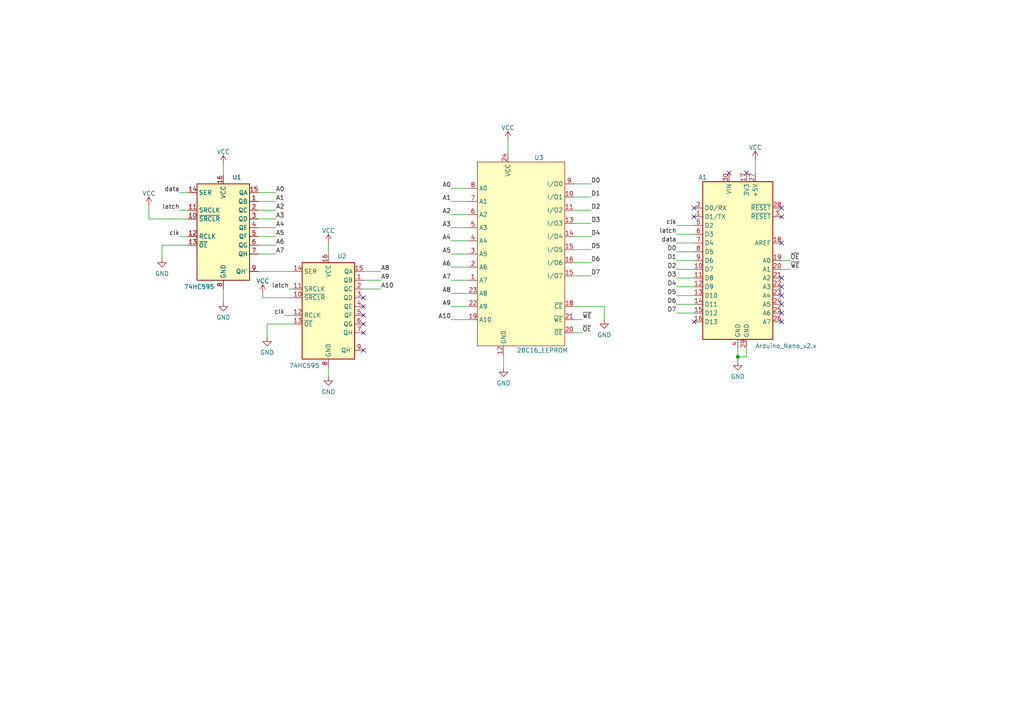
<source format=kicad_sch>
(kicad_sch (version 20250114) (generator "eeschema") (generator_version "9.0")
  (paper "A4")
  (lib_symbols
    (symbol "74xx:74HC595"
      (property "Reference" "U" (at -7.62 13.97 0))
      (property "Value" "74HC595" (at -7.62 -16.51 0))
      (symbol "74HC595_1_0"
        (pin input line (at -10.16 10.16 0) (length 2.54) (name "SER") (number "14"))
        (pin input line (at -10.16 5.08 0) (length 2.54) (name "SRCLK") (number "11"))
        (pin input line (at -10.16 2.54 0) (length 2.54) (name "~{SRCLR}") (number "10"))
        (pin input line (at -10.16 -2.54 0) (length 2.54) (name "RCLK") (number "12"))
        (pin input line (at -10.16 -5.08 0) (length 2.54) (name "~{OE}") (number "13"))
        (pin power_in line (at 0 15.24 270) (length 2.54) (name "VCC") (number "16"))
        (pin power_in line (at 0 -17.78 90) (length 2.54) (name "GND") (number "8"))
        (pin tri_state line (at 10.16 10.16 180) (length 2.54) (name "QA") (number "15"))
        (pin tri_state line (at 10.16 7.62 180) (length 2.54) (name "QB") (number "1"))
        (pin tri_state line (at 10.16 5.08 180) (length 2.54) (name "QC") (number "2"))
        (pin tri_state line (at 10.16 2.54 180) (length 2.54) (name "QD") (number "3"))
        (pin tri_state line (at 10.16 0 180) (length 2.54) (name "QE") (number "4"))
        (pin tri_state line (at 10.16 -2.54 180) (length 2.54) (name "QF") (number "5"))
        (pin tri_state line (at 10.16 -5.08 180) (length 2.54) (name "QG") (number "6"))
        (pin tri_state line (at 10.16 -7.62 180) (length 2.54) (name "QH") (number "7"))
        (pin output line (at 10.16 -12.7 180) (length 2.54) (name "QH'") (number "9"))
      )
      (symbol "74HC595_1_1"
        (rectangle (start -7.62 12.7) (end 7.62 -15.24) (stroke (width 0.254)) (fill (type background)))
      )
    )
    (symbol "EEPROM_28C16:28C16_EEPROM"
      (property "Reference" "U" (at 5.08 27.94 0))
      (property "Value" "28C16_EEPROM" (at 6.35 -27.94 0))
      (symbol "28C16_EEPROM_0_1"
        (rectangle (start -12.7 26.67) (end 12.7 -26.67) (stroke (width 0.1524)) (fill (type background)))
      )
      (symbol "28C16_EEPROM_1_1"
        (pin input line (at -15.24 19.05 0) (length 2.54) (name "A0") (number "8"))
        (pin input line (at -15.24 15.24 0) (length 2.54) (name "A1") (number "7"))
        (pin input line (at -15.24 11.43 0) (length 2.54) (name "A2") (number "6"))
        (pin input line (at -15.24 7.62 0) (length 2.54) (name "A3") (number "5"))
        (pin input line (at -15.24 3.81 0) (length 2.54) (name "A4") (number "4"))
        (pin input line (at -15.24 0 0) (length 2.54) (name "A5") (number "3"))
        (pin input line (at -15.24 -3.81 0) (length 2.54) (name "A6") (number "2"))
        (pin input line (at -15.24 -7.62 0) (length 2.54) (name "A7") (number "1"))
        (pin input line (at -15.24 -11.43 0) (length 2.54) (name "A8") (number "23"))
        (pin input line (at -15.24 -15.24 0) (length 2.54) (name "A9") (number "22"))
        (pin input line (at -15.24 -19.05 0) (length 2.54) (name "A10") (number "19"))
        (pin power_in line (at -5.08 -29.21 90) (length 2.54) (name "GND") (number "12"))
        (pin power_in line (at -3.81 29.21 270) (length 2.54) (name "VCC") (number "24"))
        (pin bidirectional line (at 15.24 20.32 180) (length 2.54) (name "I/O0") (number "9"))
        (pin bidirectional line (at 15.24 16.51 180) (length 2.54) (name "I/O1") (number "10"))
        (pin bidirectional line (at 15.24 12.7 180) (length 2.54) (name "I/O2") (number "11"))
        (pin bidirectional line (at 15.24 8.89 180) (length 2.54) (name "I/O3") (number "13"))
        (pin bidirectional line (at 15.24 5.08 180) (length 2.54) (name "I/O4") (number "14"))
        (pin bidirectional line (at 15.24 1.27 180) (length 2.54) (name "I/O5") (number "15"))
        (pin bidirectional line (at 15.24 -2.54 180) (length 2.54) (name "I/O6") (number "16"))
        (pin bidirectional line (at 15.24 -6.35 180) (length 2.54) (name "I/O7") (number "15"))
        (pin input line (at 15.24 -15.24 180) (length 2.54) (name "~{CE}") (number "18"))
        (pin input line (at 15.24 -19.05 180) (length 2.54) (name "~{WE}") (number "21"))
        (pin input line (at 15.24 -22.86 180) (length 2.54) (name "~{OE}") (number "20"))
      )
    )
    (symbol "MCU_Module:Arduino_Nano_v2.x"
      (property "Reference" "A" (at -10.16 23.495 0))
      (property "Value" "Arduino_Nano_v2.x" (at 5.08 -24.13 0))
      (symbol "Arduino_Nano_v2.x_0_1"
        (rectangle (start -10.16 22.86) (end 10.16 -22.86) (stroke (width 0.254)) (fill (type background)))
      )
      (symbol "Arduino_Nano_v2.x_1_1"
        (pin bidirectional line (at -12.7 15.24 0) (length 2.54) (name "D0/RX") (number "2"))
        (pin bidirectional line (at -12.7 12.7 0) (length 2.54) (name "D1/TX") (number "1"))
        (pin bidirectional line (at -12.7 10.16 0) (length 2.54) (name "D2") (number "5"))
        (pin bidirectional line (at -12.7 7.62 0) (length 2.54) (name "D3") (number "6"))
        (pin bidirectional line (at -12.7 5.08 0) (length 2.54) (name "D4") (number "7"))
        (pin bidirectional line (at -12.7 2.54 0) (length 2.54) (name "D5") (number "8"))
        (pin bidirectional line (at -12.7 0 0) (length 2.54) (name "D6") (number "9"))
        (pin bidirectional line (at -12.7 -2.54 0) (length 2.54) (name "D7") (number "10"))
        (pin bidirectional line (at -12.7 -5.08 0) (length 2.54) (name "D8") (number "11"))
        (pin bidirectional line (at -12.7 -7.62 0) (length 2.54) (name "D9") (number "12"))
        (pin bidirectional line (at -12.7 -10.16 0) (length 2.54) (name "D10") (number "13"))
        (pin bidirectional line (at -12.7 -12.7 0) (length 2.54) (name "D11") (number "14"))
        (pin bidirectional line (at -12.7 -15.24 0) (length 2.54) (name "D12") (number "15"))
        (pin bidirectional line (at -12.7 -17.78 0) (length 2.54) (name "D13") (number "16"))
        (pin power_in line (at -2.54 25.4 270) (length 2.54) (name "VIN") (number "30"))
        (pin power_in line (at 0 -25.4 90) (length 2.54) (name "GND") (number "4"))
        (pin power_out line (at 2.54 25.4 270) (length 2.54) (name "3V3") (number "17"))
        (pin power_in line (at 2.54 -25.4 90) (length 2.54) (name "GND") (number "29"))
        (pin power_out line (at 5.08 25.4 270) (length 2.54) (name "+5V") (number "27"))
        (pin input line (at 12.7 15.24 180) (length 2.54) (name "~{RESET}") (number "28"))
        (pin input line (at 12.7 12.7 180) (length 2.54) (name "~{RESET}") (number "3"))
        (pin input line (at 12.7 5.08 180) (length 2.54) (name "AREF") (number "18"))
        (pin bidirectional line (at 12.7 0 180) (length 2.54) (name "A0") (number "19"))
        (pin bidirectional line (at 12.7 -2.54 180) (length 2.54) (name "A1") (number "20"))
        (pin bidirectional line (at 12.7 -5.08 180) (length 2.54) (name "A2") (number "21"))
        (pin bidirectional line (at 12.7 -7.62 180) (length 2.54) (name "A3") (number "22"))
        (pin bidirectional line (at 12.7 -10.16 180) (length 2.54) (name "A4") (number "23"))
        (pin bidirectional line (at 12.7 -12.7 180) (length 2.54) (name "A5") (number "24"))
        (pin bidirectional line (at 12.7 -15.24 180) (length 2.54) (name "A6") (number "25"))
        (pin bidirectional line (at 12.7 -17.78 180) (length 2.54) (name "A7") (number "26"))
      )
    )
    (symbol "power:GND" (power) (pin_names (offset 0))
      (property "Value" "GND" (at 0 -3.81 0))
      (symbol "GND_0_1"
        (polyline (pts (xy 0 0) (xy 0 -1.27) (xy 1.27 -1.27) (xy 0 -2.54) (xy -1.27 -1.27) (xy 0 -1.27)))
      )
      (symbol "GND_1_1"
        (pin power_in line (at 0 0 270) (length 0) (hide yes) (name "GND") (number "1"))
      )
    )
    (symbol "power:VCC" (power) (pin_names (offset 0))
      (property "Value" "VCC" (at 0 3.81 0))
      (symbol "VCC_0_1"
        (polyline (pts (xy -0.762 1.27) (xy 0 2.54)))
        (polyline (pts (xy 0 2.54) (xy 0.762 1.27)))
        (polyline (pts (xy 0 0) (xy 0 2.54)))
      )
      (symbol "VCC_1_1"
        (pin power_in line (at 0 0 90) (length 0) (hide yes) (name "VCC") (number "1"))
      )
    )
  )
  (junction (at 213.995 103.505))
  (no_connect (at 201.295 93.345))
  (no_connect (at 105.41 101.6))
  (no_connect (at 201.295 60.325))
  (no_connect (at 201.295 62.865))
  (no_connect (at 226.695 83.185))
  (no_connect (at 226.695 80.645))
  (no_connect (at 216.535 50.165))
  (no_connect (at 226.695 62.865))
  (no_connect (at 226.695 60.325))
  (no_connect (at 211.455 50.165))
  (no_connect (at 226.695 70.485))
  (no_connect (at 226.695 88.265))
  (no_connect (at 226.695 90.805))
  (no_connect (at 226.695 85.725))
  (no_connect (at 226.695 93.345))
  (no_connect (at 105.41 86.36))
  (no_connect (at 105.41 88.9))
  (no_connect (at 105.41 91.44))
  (no_connect (at 105.41 93.98))
  (no_connect (at 105.41 96.52))
  (wire (pts (xy 52.07 60.96) (xy 54.61 60.96)))
  (wire (pts (xy 135.89 69.85) (xy 130.81 69.85)))
  (wire (pts (xy 213.995 100.965) (xy 213.995 103.505)))
  (wire (pts (xy 77.47 93.98) (xy 77.47 97.79)))
  (wire (pts (xy 54.61 63.5) (xy 43.18 63.5)))
  (wire (pts (xy 64.77 47.625) (xy 64.77 50.8)))
  (wire (pts (xy 196.215 65.405) (xy 201.295 65.405)))
  (wire (pts (xy 85.09 93.98) (xy 77.47 93.98)))
  (wire (pts (xy 196.215 70.485) (xy 201.295 70.485)))
  (wire (pts (xy 201.295 90.805) (xy 196.215 90.805)))
  (wire (pts (xy 201.295 83.185) (xy 196.215 83.185)))
  (wire (pts (xy 95.25 70.485) (xy 95.25 73.66)))
  (wire (pts (xy 135.89 54.61) (xy 130.81 54.61)))
  (wire (pts (xy 166.37 92.71) (xy 168.91 92.71)))
  (wire (pts (xy 74.93 73.66) (xy 80.01 73.66)))
  (wire (pts (xy 175.26 88.9) (xy 175.26 92.71)))
  (wire (pts (xy 52.07 68.58) (xy 54.61 68.58)))
  (wire (pts (xy 74.93 68.58) (xy 80.01 68.58)))
  (wire (pts (xy 105.41 83.82) (xy 110.49 83.82)))
  (wire (pts (xy 135.89 73.66) (xy 130.81 73.66)))
  (wire (pts (xy 83.82 83.82) (xy 85.09 83.82)))
  (wire (pts (xy 201.295 78.105) (xy 196.215 78.105)))
  (wire (pts (xy 166.37 72.39) (xy 171.45 72.39)))
  (wire (pts (xy 166.37 68.58) (xy 171.45 68.58)))
  (wire (pts (xy 135.89 92.71) (xy 130.81 92.71)))
  (wire (pts (xy 201.295 88.265) (xy 196.215 88.265)))
  (wire (pts (xy 166.37 88.9) (xy 175.26 88.9)))
  (wire (pts (xy 166.37 57.15) (xy 171.45 57.15)))
  (wire (pts (xy 105.41 78.74) (xy 110.49 78.74)))
  (wire (pts (xy 213.995 103.505) (xy 213.995 104.775)))
  (wire (pts (xy 74.93 58.42) (xy 80.01 58.42)))
  (wire (pts (xy 135.89 88.9) (xy 130.81 88.9)))
  (wire (pts (xy 135.89 66.04) (xy 130.81 66.04)))
  (wire (pts (xy 74.93 78.74) (xy 85.09 78.74)))
  (wire (pts (xy 226.695 78.105) (xy 229.235 78.105)))
  (wire (pts (xy 54.61 71.12) (xy 46.99 71.12)))
  (wire (pts (xy 146.05 102.87) (xy 146.05 106.68)))
  (wire (pts (xy 74.93 63.5) (xy 80.01 63.5)))
  (wire (pts (xy 135.89 77.47) (xy 130.81 77.47)))
  (wire (pts (xy 76.2 86.36) (xy 85.09 86.36)))
  (wire (pts (xy 135.89 62.23) (xy 130.81 62.23)))
  (wire (pts (xy 43.18 63.5) (xy 43.18 59.69)))
  (wire (pts (xy 166.37 64.77) (xy 171.45 64.77)))
  (wire (pts (xy 166.37 96.52) (xy 168.91 96.52)))
  (wire (pts (xy 76.2 85.09) (xy 76.2 86.36)))
  (wire (pts (xy 219.075 46.355) (xy 219.075 50.165)))
  (wire (pts (xy 95.25 106.68) (xy 95.25 109.22)))
  (wire (pts (xy 135.89 85.09) (xy 130.81 85.09)))
  (wire (pts (xy 82.55 91.44) (xy 85.09 91.44)))
  (wire (pts (xy 226.695 75.565) (xy 229.235 75.565)))
  (wire (pts (xy 196.215 67.945) (xy 201.295 67.945)))
  (wire (pts (xy 201.295 80.645) (xy 196.215 80.645)))
  (wire (pts (xy 201.295 75.565) (xy 196.215 75.565)))
  (wire (pts (xy 64.77 83.82) (xy 64.77 87.63)))
  (wire (pts (xy 216.535 103.505) (xy 213.995 103.505)))
  (wire (pts (xy 166.37 76.2) (xy 171.45 76.2)))
  (wire (pts (xy 74.93 71.12) (xy 80.01 71.12)))
  (wire (pts (xy 147.32 40.64) (xy 147.32 44.45)))
  (wire (pts (xy 135.89 81.28) (xy 130.81 81.28)))
  (wire (pts (xy 166.37 53.34) (xy 171.45 53.34)))
  (wire (pts (xy 166.37 80.01) (xy 171.45 80.01)))
  (wire (pts (xy 74.93 55.88) (xy 80.01 55.88)))
  (wire (pts (xy 196.215 73.025) (xy 201.295 73.025)))
  (wire (pts (xy 216.535 100.965) (xy 216.535 103.505)))
  (wire (pts (xy 201.295 85.725) (xy 196.215 85.725)))
  (wire (pts (xy 52.07 55.88) (xy 54.61 55.88)))
  (wire (pts (xy 74.93 60.96) (xy 80.01 60.96)))
  (wire (pts (xy 74.93 66.04) (xy 80.01 66.04)))
  (wire (pts (xy 135.89 58.42) (xy 130.81 58.42)))
  (wire (pts (xy 105.41 81.28) (xy 110.49 81.28)))
  (wire (pts (xy 46.99 71.12) (xy 46.99 74.93)))
  (wire (pts (xy 166.37 60.96) (xy 171.45 60.96)))
  (label "A7" (at 130.81 81.28 180))
  (label "A9" (at 130.81 88.9 180))
  (label "D3" (at 196.215 80.645 180))
  (label "D7" (at 171.45 80.01 0))
  (label "A5" (at 80.01 68.58 0))
  (label "A9" (at 110.49 81.28 0))
  (label "D1" (at 196.215 75.565 180))
  (label "clk" (at 52.07 68.58 180))
  (label "A1" (at 80.01 58.42 0))
  (label "A0" (at 80.01 55.88 0))
  (label "latch" (at 52.07 60.96 180))
  (label "A3" (at 80.01 63.5 0))
  (label "D6" (at 196.215 88.265 180))
  (label "D6" (at 171.45 76.2 0))
  (label "clk" (at 196.215 65.405 180))
  (label "D0" (at 196.215 73.025 180))
  (label "A7" (at 80.01 73.66 0))
  (label "data" (at 52.07 55.88 180))
  (label "D1" (at 171.45 57.15 0))
  (label "~{OE}" (at 229.235 75.565 0))
  (label "D0" (at 171.45 53.34 0))
  (label "A2" (at 130.81 62.23 180))
  (label "D4" (at 196.215 83.185 180))
  (label "D2" (at 171.45 60.96 0))
  (label "A0" (at 130.81 54.61 180))
  (label "~{WE}" (at 229.235 78.105 0))
  (label "D3" (at 171.45 64.77 0))
  (label "D4" (at 171.45 68.58 0))
  (label "D7" (at 196.215 90.805 180))
  (label "A2" (at 80.01 60.96 0))
  (label "A8" (at 110.49 78.74 0))
  (label "A3" (at 130.81 66.04 180))
  (label "A6" (at 80.01 71.12 0))
  (label "latch" (at 196.215 67.945 180))
  (label "A4" (at 80.01 66.04 0))
  (label "A1" (at 130.81 58.42 180))
  (label "A5" (at 130.81 73.66 180))
  (label "D5" (at 171.45 72.39 0))
  (label "A4" (at 130.81 69.85 180))
  (label "data" (at 196.215 70.485 180))
  (label "A8" (at 130.81 85.09 180))
  (label "D5" (at 196.215 85.725 180))
  (label "A6" (at 130.81 77.47 180))
  (label "D2" (at 196.215 78.105 180))
  (label "clk" (at 82.55 91.44 180))
  (label "A10" (at 130.81 92.71 180))
  (label "~{OE}" (at 168.91 96.52 0))
  (label "A10" (at 110.49 83.82 0))
  (label "latch" (at 83.82 83.82 180))
  (label "~{WE}" (at 168.91 92.71 0))
  (symbol (lib_id "74xx:74HC595") (at 95.25 88.9 0) (unit 1)
    (property "Reference" "U2" (at 97.79 74.295 0) (effects (justify left)))
    (property "Value" "74HC595" (at 83.82 106.045 0) (effects (justify left)))
    (property "Footprint" "Package_DIP:DIP-16_W7.62mm" (effects (hide yes)))
    (property "Datasheet" "http://www.ti.com/lit/ds/symlink/sn74hc595.pdf" (effects (hide yes)))
  )
  (symbol (lib_id "power:VCC") (at 95.25 70.485 0) (unit 1)
    (property "Reference" "#PWR0107" (effects (hide yes)))
    (property "Value" "VCC" (at 95.25 66.9092 0))
  )
  (symbol (lib_id "power:VCC") (at 64.77 47.625 0) (unit 1)
    (property "Reference" "#PWR0104" (effects (hide yes)))
    (property "Value" "VCC" (at 64.77 44.0492 0))
  )
  (symbol (lib_id "MCU_Module:Arduino_Nano_v2.x") (at 213.995 75.565 0) (unit 1)
    (property "Reference" "A1" (at 202.565 51.435 0) (effects (justify left)))
    (property "Value" "Arduino_Nano_v2.x" (at 219.075 100.33 0) (effects (justify left)))
    (property "Footprint" "Module:Arduino_Nano" (effects (hide yes)))
    (property "Datasheet" "https://www.arduino.cc/en/uploads/Main/ArduinoNanoManual23.pdf" (effects (hide yes)))
  )
  (symbol (lib_id "power:VCC") (at 219.075 46.355 0) (unit 1)
    (property "Reference" "#PWR0111" (effects (hide yes)))
    (property "Value" "VCC" (at 219.075 42.7792 0))
  )
  (symbol (lib_id "power:GND") (at 175.26 92.71 0) (unit 1)
    (property "Reference" "#PWR0112" (effects (hide yes)))
    (property "Value" "GND" (at 175.26 97.1534 0))
  )
  (symbol (lib_id "power:VCC") (at 147.32 40.64 0) (unit 1)
    (property "Reference" "#PWR0109" (effects (hide yes)))
    (property "Value" "VCC" (at 147.32 37.0642 0))
  )
  (symbol (lib_id "power:GND") (at 64.77 87.63 0) (unit 1)
    (property "Reference" "#PWR0101" (effects (hide yes)))
    (property "Value" "GND" (at 64.77 92.0734 0))
  )
  (symbol (lib_id "power:GND") (at 77.47 97.79 0) (unit 1)
    (property "Reference" "#PWR0106" (effects (hide yes)))
    (property "Value" "GND" (at 77.47 102.2334 0))
  )
  (symbol (lib_id "power:VCC") (at 76.2 85.09 0) (unit 1)
    (property "Reference" "#PWR0105" (effects (hide yes)))
    (property "Value" "VCC" (at 76.2 81.5142 0))
  )
  (symbol (lib_id "EEPROM_28C16:28C16_EEPROM") (at 151.13 73.66 0) (unit 1)
    (property "Reference" "U3" (at 154.94 45.72 0) (effects (justify left)))
    (property "Value" "28C16_EEPROM" (at 149.86 101.6 0) (effects (justify left)))
    (property "Footprint" "Package_DIP:DIP-24_W15.24mm_Socket" (effects (hide yes)))
  )
  (symbol (lib_id "power:GND") (at 95.25 109.22 0) (unit 1)
    (property "Reference" "#PWR0108" (effects (hide yes)))
    (property "Value" "GND" (at 95.25 113.6634 0))
  )
  (symbol (lib_id "power:VCC") (at 43.18 59.69 0) (unit 1)
    (property "Reference" "#PWR0103" (effects (hide yes)))
    (property "Value" "VCC" (at 43.18 56.1142 0))
  )
  (symbol (lib_id "power:GND") (at 146.05 106.68 0) (unit 1)
    (property "Reference" "#PWR0113" (effects (hide yes)))
    (property "Value" "GND" (at 146.05 111.1234 0))
  )
  (symbol (lib_id "74xx:74HC595") (at 64.77 66.04 0) (unit 1)
    (property "Reference" "U1" (at 67.31 51.435 0) (effects (justify left)))
    (property "Value" "74HC595" (at 53.34 83.185 0) (effects (justify left)))
    (property "Footprint" "Package_DIP:DIP-16_W7.62mm" (effects (hide yes)))
    (property "Datasheet" "http://www.ti.com/lit/ds/symlink/sn74hc595.pdf" (effects (hide yes)))
  )
  (symbol (lib_id "power:GND") (at 46.99 74.93 0) (unit 1)
    (property "Reference" "#PWR0102" (effects (hide yes)))
    (property "Value" "GND" (at 46.99 79.3734 0))
  )
  (symbol (lib_id "power:GND") (at 213.995 104.775 0) (unit 1)
    (property "Reference" "#PWR0110" (effects (hide yes)))
    (property "Value" "GND" (at 213.995 109.2184 0))
  )
)
</source>
